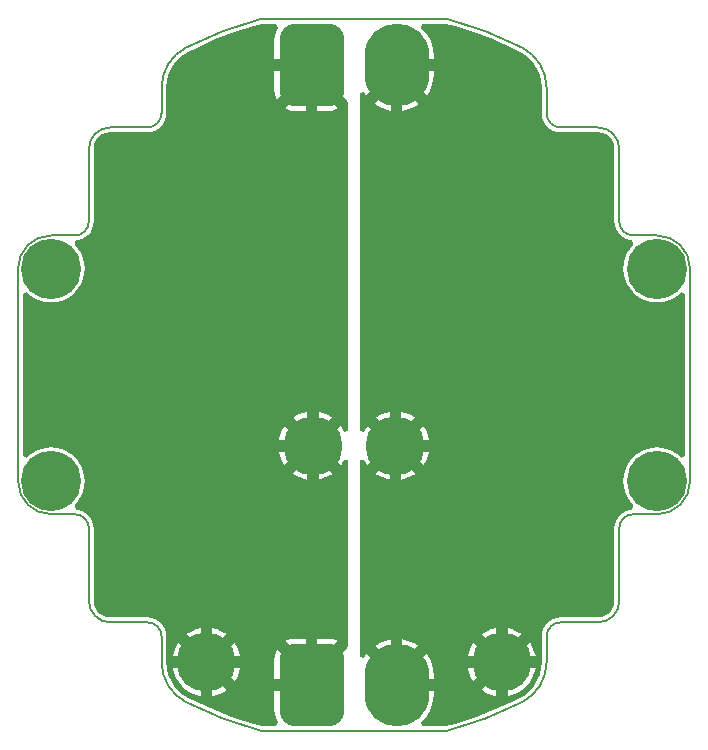
<source format=gbl>
G04*
G04 #@! TF.GenerationSoftware,Altium Limited,Altium Designer,22.2.1 (43)*
G04*
G04 Layer_Physical_Order=2*
G04 Layer_Color=16711680*
%FSLAX44Y44*%
%MOMM*%
G71*
G04*
G04 #@! TF.SameCoordinates,A1ADAAF1-E39F-4BBB-957B-7DD61066729D*
G04*
G04*
G04 #@! TF.FilePolarity,Positive*
G04*
G01*
G75*
%ADD14C,1.0000*%
%ADD15C,0.2000*%
G04:AMPARAMS|DCode=16|XSize=5.5mm|YSize=7mm|CornerRadius=1.375mm|HoleSize=0mm|Usage=FLASHONLY|Rotation=0.000|XOffset=0mm|YOffset=0mm|HoleType=Round|Shape=RoundedRectangle|*
%AMROUNDEDRECTD16*
21,1,5.5000,4.2500,0,0,0.0*
21,1,2.7500,7.0000,0,0,0.0*
1,1,2.7500,1.3750,-2.1250*
1,1,2.7500,-1.3750,-2.1250*
1,1,2.7500,-1.3750,2.1250*
1,1,2.7500,1.3750,2.1250*
%
%ADD16ROUNDEDRECTD16*%
%ADD17O,5.5000X7.0000*%
%ADD18C,5.1000*%
%ADD19C,5.0000*%
%ADD20C,1.0000*%
G36*
X-64365Y293922D02*
X-64580Y293659D01*
X-66228Y290576D01*
X-67243Y287230D01*
X-67586Y283750D01*
Y267500D01*
X-36000D01*
Y262500D01*
X-31000D01*
Y223414D01*
X-22250D01*
X-18770Y223757D01*
X-15424Y224772D01*
X-12341Y226420D01*
X-9638Y228638D01*
X-8500Y230025D01*
X-5000Y228773D01*
X-5000Y-47499D01*
X-8500Y-48196D01*
X-9081Y-46794D01*
X-11466Y-42902D01*
X-14431Y-39430D01*
X-17902Y-36466D01*
X-21794Y-34081D01*
X-26011Y-32334D01*
X-30000Y-31376D01*
Y-60000D01*
Y-88624D01*
X-26011Y-87666D01*
X-21794Y-85919D01*
X-17902Y-83534D01*
X-14431Y-80569D01*
X-11466Y-77098D01*
X-9081Y-73206D01*
X-8500Y-71804D01*
X-5000Y-72501D01*
X-5000Y-228772D01*
X-8500Y-230025D01*
X-9638Y-228638D01*
X-12341Y-226420D01*
X-15424Y-224772D01*
X-18770Y-223757D01*
X-22250Y-223414D01*
X-31000D01*
Y-262500D01*
X-36000D01*
Y-267500D01*
X-67586D01*
Y-283750D01*
X-67243Y-287230D01*
X-66228Y-290576D01*
X-64580Y-293659D01*
X-64365Y-293922D01*
X-66020Y-297422D01*
X-77534D01*
X-85122Y-295464D01*
X-101555Y-290227D01*
X-117668Y-284076D01*
X-133411Y-277031D01*
X-140482Y-273378D01*
Y-273378D01*
X-143461Y-271665D01*
X-144972Y-270738D01*
X-149026Y-267276D01*
X-152489Y-263221D01*
X-155274Y-258675D01*
X-157315Y-253750D01*
X-158559Y-248565D01*
X-158962Y-243452D01*
X-158922Y-243250D01*
Y-221500D01*
X-158924Y-221491D01*
X-159232Y-218363D01*
X-160146Y-215347D01*
X-161632Y-212568D01*
X-163631Y-210131D01*
X-166068Y-208132D01*
X-168847Y-206646D01*
X-171863Y-205732D01*
X-174991Y-205424D01*
X-175000Y-205422D01*
Y-205422D01*
X-175000Y-205422D01*
X-203000D01*
X-206500Y-205422D01*
X-209847Y-205052D01*
X-210122Y-205016D01*
X-213496Y-203618D01*
X-216394Y-201394D01*
X-218618Y-198496D01*
X-220016Y-195122D01*
X-220052Y-194847D01*
X-220422Y-191500D01*
X-220422Y-191500D01*
X-220422Y-188000D01*
Y-130000D01*
X-220424Y-129991D01*
X-220732Y-126863D01*
X-221646Y-123847D01*
X-223132Y-121068D01*
X-225132Y-118631D01*
X-227568Y-116632D01*
X-230347Y-115146D01*
X-233363Y-114232D01*
X-235368Y-114034D01*
X-236521Y-111235D01*
X-236527Y-110422D01*
X-236285Y-110215D01*
X-233372Y-106804D01*
X-231028Y-102979D01*
X-229311Y-98834D01*
X-228264Y-94472D01*
X-227912Y-90000D01*
X-228264Y-85528D01*
X-229311Y-81166D01*
X-231028Y-77021D01*
X-233372Y-73196D01*
X-236285Y-69785D01*
X-239696Y-66872D01*
X-243521Y-64528D01*
X-247666Y-62811D01*
X-252028Y-61764D01*
X-256500Y-61412D01*
X-260972Y-61764D01*
X-265334Y-62811D01*
X-269479Y-64528D01*
X-273304Y-66872D01*
X-276715Y-69785D01*
X-276922Y-70027D01*
X-280422Y-68736D01*
Y68736D01*
X-276922Y70027D01*
X-276715Y69785D01*
X-273304Y66872D01*
X-269479Y64528D01*
X-265334Y62811D01*
X-260972Y61764D01*
X-256500Y61412D01*
X-252028Y61764D01*
X-247666Y62811D01*
X-243521Y64528D01*
X-239696Y66872D01*
X-236285Y69785D01*
X-233372Y73196D01*
X-231028Y77021D01*
X-229311Y81166D01*
X-228264Y85528D01*
X-227912Y90000D01*
X-228264Y94472D01*
X-229311Y98834D01*
X-231028Y102979D01*
X-233372Y106804D01*
X-236285Y110215D01*
X-236527Y110422D01*
X-236521Y111235D01*
X-235368Y114034D01*
X-233363Y114232D01*
X-230347Y115146D01*
X-227568Y116632D01*
X-225132Y118631D01*
X-223132Y121068D01*
X-221646Y123847D01*
X-220732Y126863D01*
X-220424Y129991D01*
X-220422Y130000D01*
Y188000D01*
X-220422Y191500D01*
X-220052Y194847D01*
X-220016Y195122D01*
X-218618Y198496D01*
X-216394Y201394D01*
X-213496Y203618D01*
X-210122Y205016D01*
X-206715Y205464D01*
X-206500Y205422D01*
X-175000D01*
X-174991Y205424D01*
X-171863Y205732D01*
X-168847Y206646D01*
X-166068Y208132D01*
X-163631Y210131D01*
X-161632Y212568D01*
X-160146Y215347D01*
X-159232Y218363D01*
X-158924Y221491D01*
X-158922Y221500D01*
Y243250D01*
X-158962Y243452D01*
X-158559Y248565D01*
X-157315Y253750D01*
X-155274Y258675D01*
X-152489Y263221D01*
X-149026Y267276D01*
X-144972Y270738D01*
X-143461Y271665D01*
X-140482Y273378D01*
D01*
X-133411Y277031D01*
X-117668Y284076D01*
X-101555Y290227D01*
X-85122Y295464D01*
X-77534Y297422D01*
X-66020D01*
X-64365Y293922D01*
D02*
G37*
G36*
X85122Y295464D02*
X101555Y290227D01*
X117668Y284076D01*
X133411Y277031D01*
X140482Y273378D01*
Y273378D01*
X143461Y271665D01*
X144972Y270738D01*
X149026Y267276D01*
X152489Y263221D01*
X155274Y258675D01*
X157315Y253750D01*
X158559Y248565D01*
X158962Y243452D01*
X158922Y243250D01*
Y221500D01*
X158924Y221491D01*
X159232Y218363D01*
X160146Y215347D01*
X161632Y212568D01*
X163631Y210131D01*
X166068Y208132D01*
X168847Y206646D01*
X171863Y205732D01*
X174991Y205424D01*
X175000Y205422D01*
X206500D01*
X206715Y205464D01*
X210122Y205016D01*
X213496Y203618D01*
X216394Y201394D01*
X218618Y198496D01*
X220016Y195122D01*
X220052Y194847D01*
X220422Y191500D01*
X220422Y191500D01*
X220422Y188000D01*
Y130000D01*
X220424Y129991D01*
X220732Y126863D01*
X221646Y123847D01*
X223132Y121068D01*
X225132Y118631D01*
X227568Y116632D01*
X230347Y115146D01*
X233363Y114232D01*
X235368Y114034D01*
X236521Y111235D01*
X236527Y110422D01*
X236285Y110215D01*
X233372Y106804D01*
X231028Y102979D01*
X229311Y98834D01*
X228264Y94472D01*
X227912Y90000D01*
X228264Y85528D01*
X229311Y81166D01*
X231028Y77021D01*
X233372Y73196D01*
X236285Y69785D01*
X239696Y66872D01*
X243521Y64528D01*
X247666Y62811D01*
X252028Y61764D01*
X256500Y61412D01*
X260972Y61764D01*
X265334Y62811D01*
X269479Y64528D01*
X273304Y66872D01*
X276715Y69785D01*
X276922Y70027D01*
X280422Y68736D01*
Y-68736D01*
X276922Y-70027D01*
X276715Y-69785D01*
X273304Y-66872D01*
X269479Y-64528D01*
X265334Y-62811D01*
X260972Y-61764D01*
X256500Y-61412D01*
X252028Y-61764D01*
X247666Y-62811D01*
X243521Y-64528D01*
X239696Y-66872D01*
X236285Y-69785D01*
X233372Y-73196D01*
X231028Y-77021D01*
X229311Y-81166D01*
X228264Y-85528D01*
X227912Y-90000D01*
X228264Y-94472D01*
X229311Y-98834D01*
X231028Y-102979D01*
X233372Y-106804D01*
X236285Y-110215D01*
X236527Y-110422D01*
X236521Y-111235D01*
X235368Y-114034D01*
X233363Y-114232D01*
X230347Y-115146D01*
X227568Y-116632D01*
X225132Y-118631D01*
X223132Y-121068D01*
X221646Y-123847D01*
X220732Y-126863D01*
X220424Y-129991D01*
X220422Y-130000D01*
Y-188000D01*
X220422Y-191500D01*
X220052Y-194847D01*
X220016Y-195122D01*
X218618Y-198496D01*
X216394Y-201394D01*
X213496Y-203618D01*
X210122Y-205016D01*
X209847Y-205052D01*
X206500Y-205422D01*
X206500Y-205422D01*
X203000Y-205422D01*
X175000D01*
X175000Y-205422D01*
Y-205422D01*
X174991Y-205424D01*
X171863Y-205732D01*
X168847Y-206646D01*
X166068Y-208132D01*
X163631Y-210131D01*
X161632Y-212568D01*
X160146Y-215347D01*
X159232Y-218363D01*
X158924Y-221491D01*
X158922Y-221500D01*
Y-243250D01*
X158962Y-243452D01*
X158559Y-248565D01*
X157315Y-253750D01*
X155274Y-258675D01*
X152489Y-263221D01*
X149026Y-267276D01*
X144972Y-270738D01*
X143461Y-271665D01*
X140482Y-273378D01*
D01*
X133411Y-277031D01*
X117668Y-284076D01*
X101555Y-290227D01*
X85122Y-295464D01*
X77534Y-297422D01*
X57785D01*
X56494Y-293922D01*
X58343Y-292343D01*
X61563Y-288573D01*
X64153Y-284345D01*
X66051Y-279764D01*
X67208Y-274943D01*
X67597Y-270000D01*
Y-267500D01*
X36000D01*
Y-262500D01*
X31000D01*
Y-223805D01*
X26236Y-224949D01*
X21655Y-226847D01*
X17428Y-229437D01*
X13657Y-232657D01*
X10437Y-236427D01*
X8500Y-239589D01*
X5000Y-238602D01*
Y-185000D01*
X5000Y-72500D01*
X8500Y-71804D01*
X9081Y-73206D01*
X11466Y-77098D01*
X14431Y-80569D01*
X17902Y-83534D01*
X21794Y-85919D01*
X26011Y-87666D01*
X30000Y-88624D01*
Y-60000D01*
Y-31376D01*
X26011Y-32334D01*
X21794Y-34081D01*
X17902Y-36466D01*
X14431Y-39430D01*
X11466Y-42902D01*
X9081Y-46794D01*
X8500Y-48196D01*
X5000Y-47500D01*
X5000Y238601D01*
X8500Y239588D01*
X10437Y236427D01*
X13657Y232657D01*
X17428Y229437D01*
X21655Y226847D01*
X26236Y224949D01*
X31000Y223805D01*
Y262500D01*
X36000D01*
Y267500D01*
X67597D01*
Y270000D01*
X67208Y274943D01*
X66051Y279764D01*
X64153Y284345D01*
X61563Y288573D01*
X58343Y292343D01*
X56494Y293922D01*
X57785Y297422D01*
X77534D01*
X85122Y295464D01*
D02*
G37*
%LPC*%
G36*
X-41000Y257500D02*
X-67586D01*
Y241250D01*
X-67243Y237770D01*
X-66228Y234424D01*
X-64580Y231341D01*
X-62362Y228638D01*
X-59659Y226420D01*
X-56575Y224772D01*
X-53230Y223757D01*
X-49750Y223414D01*
X-41000D01*
Y257500D01*
D02*
G37*
G36*
X-40000Y-31376D02*
X-43989Y-32334D01*
X-48206Y-34081D01*
X-52098Y-36466D01*
X-55570Y-39430D01*
X-58534Y-42902D01*
X-60919Y-46794D01*
X-62666Y-51011D01*
X-63624Y-55000D01*
X-40000D01*
Y-31376D01*
D02*
G37*
G36*
Y-65000D02*
X-63624D01*
X-62666Y-68989D01*
X-60919Y-73206D01*
X-58534Y-77098D01*
X-55570Y-80569D01*
X-52098Y-83534D01*
X-48206Y-85919D01*
X-43989Y-87666D01*
X-40000Y-88624D01*
Y-65000D01*
D02*
G37*
G36*
X-120000Y-214626D02*
Y-238250D01*
X-96376D01*
X-97334Y-234261D01*
X-99081Y-230044D01*
X-101466Y-226152D01*
X-104431Y-222680D01*
X-107901Y-219716D01*
X-111794Y-217331D01*
X-116011Y-215584D01*
X-120000Y-214626D01*
D02*
G37*
G36*
X-130000D02*
X-133989Y-215584D01*
X-138206Y-217331D01*
X-142099Y-219716D01*
X-145569Y-222680D01*
X-148534Y-226152D01*
X-150919Y-230044D01*
X-152666Y-234261D01*
X-153624Y-238250D01*
X-130000D01*
Y-214626D01*
D02*
G37*
G36*
X-41000Y-223414D02*
X-49750D01*
X-53230Y-223757D01*
X-56575Y-224772D01*
X-59659Y-226420D01*
X-62362Y-228638D01*
X-64580Y-231341D01*
X-66228Y-234424D01*
X-67243Y-237770D01*
X-67586Y-241250D01*
Y-257500D01*
X-41000D01*
Y-223414D01*
D02*
G37*
G36*
X-96376Y-248250D02*
X-120000D01*
Y-271874D01*
X-116011Y-270916D01*
X-111794Y-269169D01*
X-107901Y-266784D01*
X-104431Y-263820D01*
X-101466Y-260348D01*
X-99081Y-256456D01*
X-97334Y-252239D01*
X-96376Y-248250D01*
D02*
G37*
G36*
X-130000D02*
X-153624D01*
X-152666Y-252239D01*
X-150919Y-256456D01*
X-148534Y-260348D01*
X-145569Y-263820D01*
X-142099Y-266784D01*
X-138206Y-269169D01*
X-133989Y-270916D01*
X-130000Y-271874D01*
Y-248250D01*
D02*
G37*
G36*
X67597Y257500D02*
X41000D01*
Y223805D01*
X45764Y224949D01*
X50345Y226847D01*
X54573Y229437D01*
X58343Y232657D01*
X61563Y236427D01*
X64153Y240655D01*
X66051Y245236D01*
X67208Y250057D01*
X67597Y255000D01*
Y257500D01*
D02*
G37*
G36*
X40000Y-31376D02*
Y-55000D01*
X63624D01*
X62666Y-51011D01*
X60919Y-46794D01*
X58534Y-42902D01*
X55570Y-39430D01*
X52098Y-36466D01*
X48206Y-34081D01*
X43989Y-32334D01*
X40000Y-31376D01*
D02*
G37*
G36*
X63624Y-65000D02*
X40000D01*
Y-88624D01*
X43989Y-87666D01*
X48206Y-85919D01*
X52098Y-83534D01*
X55570Y-80569D01*
X58534Y-77098D01*
X60919Y-73206D01*
X62666Y-68989D01*
X63624Y-65000D01*
D02*
G37*
G36*
X130000Y-214626D02*
Y-238250D01*
X153624D01*
X152666Y-234261D01*
X150919Y-230044D01*
X148534Y-226152D01*
X145569Y-222680D01*
X142099Y-219716D01*
X138206Y-217331D01*
X133989Y-215584D01*
X130000Y-214626D01*
D02*
G37*
G36*
X120000D02*
X116011Y-215584D01*
X111794Y-217331D01*
X107901Y-219716D01*
X104431Y-222680D01*
X101466Y-226152D01*
X99081Y-230044D01*
X97334Y-234261D01*
X96376Y-238250D01*
X120000D01*
Y-214626D01*
D02*
G37*
G36*
X41000Y-223805D02*
Y-257500D01*
X67597D01*
Y-255000D01*
X67208Y-250057D01*
X66051Y-245236D01*
X64153Y-240655D01*
X61563Y-236427D01*
X58343Y-232657D01*
X54573Y-229437D01*
X50345Y-226847D01*
X45764Y-224949D01*
X41000Y-223805D01*
D02*
G37*
G36*
X153624Y-248250D02*
X130000D01*
Y-271874D01*
X133989Y-270916D01*
X138206Y-269169D01*
X142099Y-266784D01*
X145569Y-263820D01*
X148534Y-260348D01*
X150919Y-256456D01*
X152666Y-252239D01*
X153624Y-248250D01*
D02*
G37*
G36*
X120000D02*
X96376D01*
X97334Y-252239D01*
X99081Y-256456D01*
X101466Y-260348D01*
X104431Y-263820D01*
X107901Y-266784D01*
X111794Y-269169D01*
X116011Y-270916D01*
X120000Y-271874D01*
Y-248250D01*
D02*
G37*
%LPD*%
D14*
X-64000Y227000D02*
X-36000Y255000D01*
X-36000Y255000D02*
X-10000Y229000D01*
X-36000Y255000D02*
Y262500D01*
X10000Y229000D02*
X36000Y255000D01*
Y262500D01*
Y255000D02*
X64000Y227000D01*
X-65000Y227000D02*
X-64000D01*
X-36000Y255000D02*
Y262500D01*
X36000Y-262500D02*
Y-255000D01*
X10000Y-229000D02*
X36000Y-255000D01*
X-36000Y-262500D02*
Y-255000D01*
X-10000Y-229000D01*
X-36000Y-262500D02*
Y-255000D01*
X-62000Y-229000D02*
X-36000Y-255000D01*
X36000Y-262500D02*
Y-255000D01*
X62000Y-229000D01*
X101000Y-267250D02*
X125000Y-243250D01*
X101000Y-219250D02*
X125000Y-243250D01*
X149000Y-219250D01*
X-125000Y-243250D02*
X-101000Y-267250D01*
X-149000Y-219250D02*
X-125000Y-243250D01*
X-101000Y-219250D01*
X-35000Y-60000D02*
X-11000Y-84000D01*
X-59000D02*
X-35000Y-60000D01*
X-59000Y-36000D02*
X-35000Y-60000D01*
X-11000Y-36000D01*
X35000Y-60000D02*
X59000Y-36000D01*
X35000Y-60000D02*
X59000Y-84000D01*
X11000D02*
X35000Y-60000D01*
X11000Y-36000D02*
X35000Y-60000D01*
D15*
X163000Y243250D02*
G03*
X142368Y277048I-38000J0D01*
G01*
X-142368D02*
G03*
X-163000Y243250I17368J-33799D01*
G01*
X142368Y277048D02*
G03*
X78245Y301500I-142368J-277048D01*
G01*
X142368Y-277048D02*
G03*
X163000Y-243250I-17368J33799D01*
G01*
X78245Y-301500D02*
G03*
X142368Y-277048I-78245J301500D01*
G01*
X-78245Y301500D02*
G03*
X-142368Y277048I78245J-301500D01*
G01*
X-175000Y209500D02*
G03*
X-163000Y221500I0J12000D01*
G01*
Y-221500D02*
G03*
X-175000Y-209500I-12000J0D01*
G01*
X-163000Y-243250D02*
G03*
X-142368Y-277048I38000J0D01*
G01*
D02*
G03*
X-78245Y-301500I142368J277048D01*
G01*
X284500Y90000D02*
G03*
X256500Y118000I-28000J0D01*
G01*
X-256500D02*
G03*
X-284500Y90000I0J-28000D01*
G01*
X256500Y-118000D02*
G03*
X284500Y-90000I0J28000D01*
G01*
X163000Y221500D02*
G03*
X175000Y209500I12000J0D01*
G01*
X224500Y191500D02*
G03*
X206500Y209500I-18000J0D01*
G01*
X175000Y-209500D02*
G03*
X163000Y-221500I0J-12000D01*
G01*
X206500Y-209500D02*
G03*
X224500Y-191500I0J18000D01*
G01*
X-206500Y209500D02*
G03*
X-224500Y191500I0J-18000D01*
G01*
Y-191500D02*
G03*
X-206500Y-209500I18000J0D01*
G01*
X-284500Y-90000D02*
G03*
X-256500Y-118000I28000J0D01*
G01*
X224500Y130000D02*
G03*
X236500Y118000I12000J0D01*
G01*
Y-118000D02*
G03*
X224500Y-130000I0J-12000D01*
G01*
X-236500Y118000D02*
G03*
X-224500Y130000I0J12000D01*
G01*
Y-130000D02*
G03*
X-236500Y-118000I-12000J0D01*
G01*
X-78245Y301500D02*
X78245D01*
X-78245Y-301500D02*
X78245D01*
X236500Y118000D02*
X256500D01*
X236500Y-118000D02*
X256500D01*
X-256500Y118000D02*
X-236500D01*
X-256500Y-118000D02*
X-236500D01*
X175000Y209500D02*
X206500D01*
X175000Y-209500D02*
X206500D01*
X-206500Y209500D02*
X-175000D01*
X-206500Y-209500D02*
X-175000D01*
X284500Y-90000D02*
Y90000D01*
X-284500Y-90000D02*
Y90000D01*
X224500Y130000D02*
Y191500D01*
Y-191500D02*
Y-130000D01*
X163000Y-243250D02*
Y-221500D01*
X-163000Y-243250D02*
Y-221500D01*
X-224500Y130000D02*
Y191500D01*
Y-191500D02*
Y-130000D01*
X163000Y221500D02*
Y243250D01*
X-163000Y221500D02*
Y243250D01*
D16*
X-36000Y-262500D02*
D03*
Y262500D02*
D03*
D17*
X36000Y-262500D02*
D03*
Y262500D02*
D03*
D18*
X256500Y-90000D02*
D03*
Y90000D02*
D03*
X-256500Y-90000D02*
D03*
Y90000D02*
D03*
D19*
X-35000Y-60000D02*
D03*
X35000D02*
D03*
X125000Y-243250D02*
D03*
X-125000D02*
D03*
D20*
X150000Y0D02*
D03*
Y100000D02*
D03*
Y-100000D02*
D03*
X-150000D02*
D03*
Y0D02*
D03*
Y100000D02*
D03*
X-100000Y150000D02*
D03*
X100000D02*
D03*
Y-150000D02*
D03*
X-100000D02*
D03*
X100000Y-50000D02*
D03*
X-100000D02*
D03*
X100000Y50000D02*
D03*
X-100000D02*
D03*
M02*

</source>
